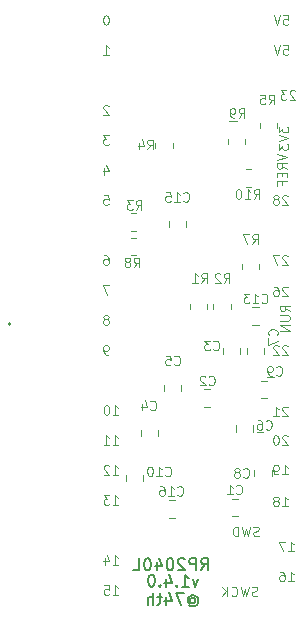
<source format=gbo>
%TF.GenerationSoftware,KiCad,Pcbnew,(6.0.4)*%
%TF.CreationDate,2022-11-10T18:02:23+09:00*%
%TF.ProjectId,rp2040-test,72703230-3430-42d7-9465-73742e6b6963,rev?*%
%TF.SameCoordinates,Original*%
%TF.FileFunction,Legend,Bot*%
%TF.FilePolarity,Positive*%
%FSLAX46Y46*%
G04 Gerber Fmt 4.6, Leading zero omitted, Abs format (unit mm)*
G04 Created by KiCad (PCBNEW (6.0.4)) date 2022-11-10 18:02:23*
%MOMM*%
%LPD*%
G01*
G04 APERTURE LIST*
%ADD10C,0.175000*%
%ADD11C,0.120000*%
%ADD12C,0.150000*%
G04 APERTURE END LIST*
D10*
X102439500Y-58748000D02*
G75*
G03*
X102439500Y-58748000I-87500J0D01*
G01*
D11*
X124142500Y-63246000D02*
X124777500Y-63246000D01*
X123825000Y-67843000D02*
X123317000Y-67843000D01*
X120967500Y-41529000D02*
X121602500Y-41529000D01*
X111101285Y-71481904D02*
X111558428Y-71481904D01*
X111329857Y-71481904D02*
X111329857Y-70681904D01*
X111406047Y-70796190D01*
X111482238Y-70872380D01*
X111558428Y-70910476D01*
X110796523Y-70758095D02*
X110758428Y-70720000D01*
X110682238Y-70681904D01*
X110491761Y-70681904D01*
X110415571Y-70720000D01*
X110377476Y-70758095D01*
X110339380Y-70834285D01*
X110339380Y-70910476D01*
X110377476Y-71024761D01*
X110834619Y-71481904D01*
X110339380Y-71481904D01*
X110691428Y-61321904D02*
X110539047Y-61321904D01*
X110462857Y-61283809D01*
X110424761Y-61245714D01*
X110348571Y-61131428D01*
X110310476Y-60979047D01*
X110310476Y-60674285D01*
X110348571Y-60598095D01*
X110386666Y-60560000D01*
X110462857Y-60521904D01*
X110615238Y-60521904D01*
X110691428Y-60560000D01*
X110729523Y-60598095D01*
X110767619Y-60674285D01*
X110767619Y-60864761D01*
X110729523Y-60940952D01*
X110691428Y-60979047D01*
X110615238Y-61017142D01*
X110462857Y-61017142D01*
X110386666Y-60979047D01*
X110348571Y-60940952D01*
X110310476Y-60864761D01*
X125037904Y-44346952D02*
X125837904Y-44613619D01*
X125037904Y-44880285D01*
X125837904Y-45604095D02*
X125456952Y-45337428D01*
X125837904Y-45146952D02*
X125037904Y-45146952D01*
X125037904Y-45451714D01*
X125076000Y-45527904D01*
X125114095Y-45566000D01*
X125190285Y-45604095D01*
X125304571Y-45604095D01*
X125380761Y-45566000D01*
X125418857Y-45527904D01*
X125456952Y-45451714D01*
X125456952Y-45146952D01*
X125418857Y-45946952D02*
X125418857Y-46213619D01*
X125837904Y-46327904D02*
X125837904Y-45946952D01*
X125037904Y-45946952D01*
X125037904Y-46327904D01*
X125418857Y-46937428D02*
X125418857Y-46670761D01*
X125837904Y-46670761D02*
X125037904Y-46670761D01*
X125037904Y-47051714D01*
X125541190Y-32581904D02*
X125922142Y-32581904D01*
X125960238Y-32962857D01*
X125922142Y-32924761D01*
X125845952Y-32886666D01*
X125655476Y-32886666D01*
X125579285Y-32924761D01*
X125541190Y-32962857D01*
X125503095Y-33039047D01*
X125503095Y-33229523D01*
X125541190Y-33305714D01*
X125579285Y-33343809D01*
X125655476Y-33381904D01*
X125845952Y-33381904D01*
X125922142Y-33343809D01*
X125960238Y-33305714D01*
X125274523Y-32581904D02*
X125007857Y-33381904D01*
X124741190Y-32581904D01*
X110577142Y-32581904D02*
X110500952Y-32581904D01*
X110424761Y-32620000D01*
X110386666Y-32658095D01*
X110348571Y-32734285D01*
X110310476Y-32886666D01*
X110310476Y-33077142D01*
X110348571Y-33229523D01*
X110386666Y-33305714D01*
X110424761Y-33343809D01*
X110500952Y-33381904D01*
X110577142Y-33381904D01*
X110653333Y-33343809D01*
X110691428Y-33305714D01*
X110729523Y-33229523D01*
X110767619Y-33077142D01*
X110767619Y-32886666D01*
X110729523Y-32734285D01*
X110691428Y-32658095D01*
X110653333Y-32620000D01*
X110577142Y-32581904D01*
X111101285Y-79101904D02*
X111558428Y-79101904D01*
X111329857Y-79101904D02*
X111329857Y-78301904D01*
X111406047Y-78416190D01*
X111482238Y-78492380D01*
X111558428Y-78530476D01*
X110415571Y-78568571D02*
X110415571Y-79101904D01*
X110606047Y-78263809D02*
X110796523Y-78835238D01*
X110301285Y-78835238D01*
X111101285Y-81641904D02*
X111558428Y-81641904D01*
X111329857Y-81641904D02*
X111329857Y-80841904D01*
X111406047Y-80956190D01*
X111482238Y-81032380D01*
X111558428Y-81070476D01*
X110377476Y-80841904D02*
X110758428Y-80841904D01*
X110796523Y-81222857D01*
X110758428Y-81184761D01*
X110682238Y-81146666D01*
X110491761Y-81146666D01*
X110415571Y-81184761D01*
X110377476Y-81222857D01*
X110339380Y-81299047D01*
X110339380Y-81489523D01*
X110377476Y-81565714D01*
X110415571Y-81603809D01*
X110491761Y-81641904D01*
X110682238Y-81641904D01*
X110758428Y-81603809D01*
X110796523Y-81565714D01*
X110767619Y-40278095D02*
X110729523Y-40240000D01*
X110653333Y-40201904D01*
X110462857Y-40201904D01*
X110386666Y-40240000D01*
X110348571Y-40278095D01*
X110310476Y-40354285D01*
X110310476Y-40430476D01*
X110348571Y-40544761D01*
X110805714Y-41001904D01*
X110310476Y-41001904D01*
X126544428Y-39008095D02*
X126506333Y-38970000D01*
X126430142Y-38931904D01*
X126239666Y-38931904D01*
X126163476Y-38970000D01*
X126125380Y-39008095D01*
X126087285Y-39084285D01*
X126087285Y-39160476D01*
X126125380Y-39274761D01*
X126582523Y-39731904D01*
X126087285Y-39731904D01*
X125820619Y-38931904D02*
X125325380Y-38931904D01*
X125592047Y-39236666D01*
X125477761Y-39236666D01*
X125401571Y-39274761D01*
X125363476Y-39312857D01*
X125325380Y-39389047D01*
X125325380Y-39579523D01*
X125363476Y-39655714D01*
X125401571Y-39693809D01*
X125477761Y-39731904D01*
X125706333Y-39731904D01*
X125782523Y-39693809D01*
X125820619Y-39655714D01*
X125164904Y-42022761D02*
X125164904Y-42518000D01*
X125469666Y-42251333D01*
X125469666Y-42365619D01*
X125507761Y-42441809D01*
X125545857Y-42479904D01*
X125622047Y-42518000D01*
X125812523Y-42518000D01*
X125888714Y-42479904D01*
X125926809Y-42441809D01*
X125964904Y-42365619D01*
X125964904Y-42137047D01*
X125926809Y-42060857D01*
X125888714Y-42022761D01*
X125164904Y-42746571D02*
X125964904Y-43013238D01*
X125164904Y-43279904D01*
X125164904Y-43470380D02*
X125164904Y-43965619D01*
X125469666Y-43698952D01*
X125469666Y-43813238D01*
X125507761Y-43889428D01*
X125545857Y-43927523D01*
X125622047Y-43965619D01*
X125812523Y-43965619D01*
X125888714Y-43927523D01*
X125926809Y-43889428D01*
X125964904Y-43813238D01*
X125964904Y-43584666D01*
X125926809Y-43508476D01*
X125888714Y-43470380D01*
D12*
X118578000Y-79573380D02*
X118911333Y-79097190D01*
X119149428Y-79573380D02*
X119149428Y-78573380D01*
X118768476Y-78573380D01*
X118673238Y-78621000D01*
X118625619Y-78668619D01*
X118578000Y-78763857D01*
X118578000Y-78906714D01*
X118625619Y-79001952D01*
X118673238Y-79049571D01*
X118768476Y-79097190D01*
X119149428Y-79097190D01*
X118149428Y-79573380D02*
X118149428Y-78573380D01*
X117768476Y-78573380D01*
X117673238Y-78621000D01*
X117625619Y-78668619D01*
X117578000Y-78763857D01*
X117578000Y-78906714D01*
X117625619Y-79001952D01*
X117673238Y-79049571D01*
X117768476Y-79097190D01*
X118149428Y-79097190D01*
X117197047Y-78668619D02*
X117149428Y-78621000D01*
X117054190Y-78573380D01*
X116816095Y-78573380D01*
X116720857Y-78621000D01*
X116673238Y-78668619D01*
X116625619Y-78763857D01*
X116625619Y-78859095D01*
X116673238Y-79001952D01*
X117244666Y-79573380D01*
X116625619Y-79573380D01*
X116006571Y-78573380D02*
X115911333Y-78573380D01*
X115816095Y-78621000D01*
X115768476Y-78668619D01*
X115720857Y-78763857D01*
X115673238Y-78954333D01*
X115673238Y-79192428D01*
X115720857Y-79382904D01*
X115768476Y-79478142D01*
X115816095Y-79525761D01*
X115911333Y-79573380D01*
X116006571Y-79573380D01*
X116101809Y-79525761D01*
X116149428Y-79478142D01*
X116197047Y-79382904D01*
X116244666Y-79192428D01*
X116244666Y-78954333D01*
X116197047Y-78763857D01*
X116149428Y-78668619D01*
X116101809Y-78621000D01*
X116006571Y-78573380D01*
X114816095Y-78906714D02*
X114816095Y-79573380D01*
X115054190Y-78525761D02*
X115292285Y-79240047D01*
X114673238Y-79240047D01*
X114101809Y-78573380D02*
X114006571Y-78573380D01*
X113911333Y-78621000D01*
X113863714Y-78668619D01*
X113816095Y-78763857D01*
X113768476Y-78954333D01*
X113768476Y-79192428D01*
X113816095Y-79382904D01*
X113863714Y-79478142D01*
X113911333Y-79525761D01*
X114006571Y-79573380D01*
X114101809Y-79573380D01*
X114197047Y-79525761D01*
X114244666Y-79478142D01*
X114292285Y-79382904D01*
X114339904Y-79192428D01*
X114339904Y-78954333D01*
X114292285Y-78763857D01*
X114244666Y-78668619D01*
X114197047Y-78621000D01*
X114101809Y-78573380D01*
X112863714Y-79573380D02*
X113339904Y-79573380D01*
X113339904Y-78573380D01*
D11*
X125452285Y-71474652D02*
X125909428Y-71474652D01*
X125680857Y-71474652D02*
X125680857Y-70674652D01*
X125757047Y-70788938D01*
X125833238Y-70865128D01*
X125909428Y-70903224D01*
X125071333Y-71474652D02*
X124918952Y-71474652D01*
X124842761Y-71436557D01*
X124804666Y-71398462D01*
X124728476Y-71284176D01*
X124690380Y-71131795D01*
X124690380Y-70827033D01*
X124728476Y-70750843D01*
X124766571Y-70712748D01*
X124842761Y-70674652D01*
X124995142Y-70674652D01*
X125071333Y-70712748D01*
X125109428Y-70750843D01*
X125147523Y-70827033D01*
X125147523Y-71017509D01*
X125109428Y-71093700D01*
X125071333Y-71131795D01*
X124995142Y-71169890D01*
X124842761Y-71169890D01*
X124766571Y-71131795D01*
X124728476Y-71093700D01*
X124690380Y-71017509D01*
X110386666Y-45548571D02*
X110386666Y-46081904D01*
X110577142Y-45243809D02*
X110767619Y-45815238D01*
X110272380Y-45815238D01*
D12*
X117681190Y-82018190D02*
X117728809Y-81970571D01*
X117824047Y-81922952D01*
X117919285Y-81922952D01*
X118014523Y-81970571D01*
X118062142Y-82018190D01*
X118109761Y-82113428D01*
X118109761Y-82208666D01*
X118062142Y-82303904D01*
X118014523Y-82351523D01*
X117919285Y-82399142D01*
X117824047Y-82399142D01*
X117728809Y-82351523D01*
X117681190Y-82303904D01*
X117681190Y-81922952D02*
X117681190Y-82303904D01*
X117633571Y-82351523D01*
X117585952Y-82351523D01*
X117490714Y-82303904D01*
X117443095Y-82208666D01*
X117443095Y-81970571D01*
X117538333Y-81827714D01*
X117681190Y-81732476D01*
X117871666Y-81684857D01*
X118062142Y-81732476D01*
X118205000Y-81827714D01*
X118300238Y-81970571D01*
X118347857Y-82161047D01*
X118300238Y-82351523D01*
X118205000Y-82494380D01*
X118062142Y-82589619D01*
X117871666Y-82637238D01*
X117681190Y-82589619D01*
X117538333Y-82494380D01*
X117109761Y-81494380D02*
X116443095Y-81494380D01*
X116871666Y-82494380D01*
X115633571Y-81827714D02*
X115633571Y-82494380D01*
X115871666Y-81446761D02*
X116109761Y-82161047D01*
X115490714Y-82161047D01*
X115252619Y-81827714D02*
X114871666Y-81827714D01*
X115109761Y-81494380D02*
X115109761Y-82351523D01*
X115062142Y-82446761D01*
X114966904Y-82494380D01*
X114871666Y-82494380D01*
X114538333Y-82494380D02*
X114538333Y-81494380D01*
X114109761Y-82494380D02*
X114109761Y-81970571D01*
X114157380Y-81875333D01*
X114252619Y-81827714D01*
X114395476Y-81827714D01*
X114490714Y-81875333D01*
X114538333Y-81922952D01*
D11*
X110348571Y-47821904D02*
X110729523Y-47821904D01*
X110767619Y-48202857D01*
X110729523Y-48164761D01*
X110653333Y-48126666D01*
X110462857Y-48126666D01*
X110386666Y-48164761D01*
X110348571Y-48202857D01*
X110310476Y-48279047D01*
X110310476Y-48469523D01*
X110348571Y-48545714D01*
X110386666Y-48583809D01*
X110462857Y-48621904D01*
X110653333Y-48621904D01*
X110729523Y-48583809D01*
X110767619Y-48545714D01*
X123467619Y-76650809D02*
X123353333Y-76688904D01*
X123162857Y-76688904D01*
X123086666Y-76650809D01*
X123048571Y-76612714D01*
X123010476Y-76536523D01*
X123010476Y-76460333D01*
X123048571Y-76384142D01*
X123086666Y-76346047D01*
X123162857Y-76307952D01*
X123315238Y-76269857D01*
X123391428Y-76231761D01*
X123429523Y-76193666D01*
X123467619Y-76117476D01*
X123467619Y-76041285D01*
X123429523Y-75965095D01*
X123391428Y-75927000D01*
X123315238Y-75888904D01*
X123124761Y-75888904D01*
X123010476Y-75927000D01*
X122743809Y-75888904D02*
X122553333Y-76688904D01*
X122400952Y-76117476D01*
X122248571Y-76688904D01*
X122058095Y-75888904D01*
X121753333Y-76688904D02*
X121753333Y-75888904D01*
X121562857Y-75888904D01*
X121448571Y-75927000D01*
X121372380Y-76003190D01*
X121334285Y-76079380D01*
X121296190Y-76231761D01*
X121296190Y-76346047D01*
X121334285Y-76498428D01*
X121372380Y-76574619D01*
X121448571Y-76650809D01*
X121562857Y-76688904D01*
X121753333Y-76688904D01*
X125909428Y-65805095D02*
X125871333Y-65767000D01*
X125795142Y-65728904D01*
X125604666Y-65728904D01*
X125528476Y-65767000D01*
X125490380Y-65805095D01*
X125452285Y-65881285D01*
X125452285Y-65957476D01*
X125490380Y-66071761D01*
X125947523Y-66528904D01*
X125452285Y-66528904D01*
X124690380Y-66528904D02*
X125147523Y-66528904D01*
X124918952Y-66528904D02*
X124918952Y-65728904D01*
X124995142Y-65843190D01*
X125071333Y-65919380D01*
X125147523Y-65957476D01*
D12*
X118347857Y-80303714D02*
X118109761Y-80970380D01*
X117871666Y-80303714D01*
X116966904Y-80970380D02*
X117538333Y-80970380D01*
X117252619Y-80970380D02*
X117252619Y-79970380D01*
X117347857Y-80113238D01*
X117443095Y-80208476D01*
X117538333Y-80256095D01*
X116538333Y-80875142D02*
X116490714Y-80922761D01*
X116538333Y-80970380D01*
X116585952Y-80922761D01*
X116538333Y-80875142D01*
X116538333Y-80970380D01*
X115633571Y-80303714D02*
X115633571Y-80970380D01*
X115871666Y-79922761D02*
X116109761Y-80637047D01*
X115490714Y-80637047D01*
X115109761Y-80875142D02*
X115062142Y-80922761D01*
X115109761Y-80970380D01*
X115157380Y-80922761D01*
X115109761Y-80875142D01*
X115109761Y-80970380D01*
X114443095Y-79970380D02*
X114347857Y-79970380D01*
X114252619Y-80018000D01*
X114205000Y-80065619D01*
X114157380Y-80160857D01*
X114109761Y-80351333D01*
X114109761Y-80589428D01*
X114157380Y-80779904D01*
X114205000Y-80875142D01*
X114252619Y-80922761D01*
X114347857Y-80970380D01*
X114443095Y-80970380D01*
X114538333Y-80922761D01*
X114585952Y-80875142D01*
X114633571Y-80779904D01*
X114681190Y-80589428D01*
X114681190Y-80351333D01*
X114633571Y-80160857D01*
X114585952Y-80065619D01*
X114538333Y-80018000D01*
X114443095Y-79970380D01*
D11*
X110805714Y-55441904D02*
X110272380Y-55441904D01*
X110615238Y-56241904D01*
X125541190Y-35121904D02*
X125922142Y-35121904D01*
X125960238Y-35502857D01*
X125922142Y-35464761D01*
X125845952Y-35426666D01*
X125655476Y-35426666D01*
X125579285Y-35464761D01*
X125541190Y-35502857D01*
X125503095Y-35579047D01*
X125503095Y-35769523D01*
X125541190Y-35845714D01*
X125579285Y-35883809D01*
X125655476Y-35921904D01*
X125845952Y-35921904D01*
X125922142Y-35883809D01*
X125960238Y-35845714D01*
X125274523Y-35121904D02*
X125007857Y-35921904D01*
X124741190Y-35121904D01*
X125909428Y-55645095D02*
X125871333Y-55607000D01*
X125795142Y-55568904D01*
X125604666Y-55568904D01*
X125528476Y-55607000D01*
X125490380Y-55645095D01*
X125452285Y-55721285D01*
X125452285Y-55797476D01*
X125490380Y-55911761D01*
X125947523Y-56368904D01*
X125452285Y-56368904D01*
X124766571Y-55568904D02*
X124918952Y-55568904D01*
X124995142Y-55607000D01*
X125033238Y-55645095D01*
X125109428Y-55759380D01*
X125147523Y-55911761D01*
X125147523Y-56216523D01*
X125109428Y-56292714D01*
X125071333Y-56330809D01*
X124995142Y-56368904D01*
X124842761Y-56368904D01*
X124766571Y-56330809D01*
X124728476Y-56292714D01*
X124690380Y-56216523D01*
X124690380Y-56026047D01*
X124728476Y-55949857D01*
X124766571Y-55911761D01*
X124842761Y-55873666D01*
X124995142Y-55873666D01*
X125071333Y-55911761D01*
X125109428Y-55949857D01*
X125147523Y-56026047D01*
X125909428Y-60598095D02*
X125871333Y-60560000D01*
X125795142Y-60521904D01*
X125604666Y-60521904D01*
X125528476Y-60560000D01*
X125490380Y-60598095D01*
X125452285Y-60674285D01*
X125452285Y-60750476D01*
X125490380Y-60864761D01*
X125947523Y-61321904D01*
X125452285Y-61321904D01*
X125147523Y-60598095D02*
X125109428Y-60560000D01*
X125033238Y-60521904D01*
X124842761Y-60521904D01*
X124766571Y-60560000D01*
X124728476Y-60598095D01*
X124690380Y-60674285D01*
X124690380Y-60750476D01*
X124728476Y-60864761D01*
X125185619Y-61321904D01*
X124690380Y-61321904D01*
X125909428Y-52978095D02*
X125871333Y-52940000D01*
X125795142Y-52901904D01*
X125604666Y-52901904D01*
X125528476Y-52940000D01*
X125490380Y-52978095D01*
X125452285Y-53054285D01*
X125452285Y-53130476D01*
X125490380Y-53244761D01*
X125947523Y-53701904D01*
X125452285Y-53701904D01*
X125185619Y-52901904D02*
X124652285Y-52901904D01*
X124995142Y-53701904D01*
X125909428Y-47898095D02*
X125871333Y-47860000D01*
X125795142Y-47821904D01*
X125604666Y-47821904D01*
X125528476Y-47860000D01*
X125490380Y-47898095D01*
X125452285Y-47974285D01*
X125452285Y-48050476D01*
X125490380Y-48164761D01*
X125947523Y-48621904D01*
X125452285Y-48621904D01*
X124995142Y-48164761D02*
X125071333Y-48126666D01*
X125109428Y-48088571D01*
X125147523Y-48012380D01*
X125147523Y-47974285D01*
X125109428Y-47898095D01*
X125071333Y-47860000D01*
X124995142Y-47821904D01*
X124842761Y-47821904D01*
X124766571Y-47860000D01*
X124728476Y-47898095D01*
X124690380Y-47974285D01*
X124690380Y-48012380D01*
X124728476Y-48088571D01*
X124766571Y-48126666D01*
X124842761Y-48164761D01*
X124995142Y-48164761D01*
X125071333Y-48202857D01*
X125109428Y-48240952D01*
X125147523Y-48317142D01*
X125147523Y-48469523D01*
X125109428Y-48545714D01*
X125071333Y-48583809D01*
X124995142Y-48621904D01*
X124842761Y-48621904D01*
X124766571Y-48583809D01*
X124728476Y-48545714D01*
X124690380Y-48469523D01*
X124690380Y-48317142D01*
X124728476Y-48240952D01*
X124766571Y-48202857D01*
X124842761Y-48164761D01*
X125909428Y-68218095D02*
X125871333Y-68180000D01*
X125795142Y-68141904D01*
X125604666Y-68141904D01*
X125528476Y-68180000D01*
X125490380Y-68218095D01*
X125452285Y-68294285D01*
X125452285Y-68370476D01*
X125490380Y-68484761D01*
X125947523Y-68941904D01*
X125452285Y-68941904D01*
X124957047Y-68141904D02*
X124880857Y-68141904D01*
X124804666Y-68180000D01*
X124766571Y-68218095D01*
X124728476Y-68294285D01*
X124690380Y-68446666D01*
X124690380Y-68637142D01*
X124728476Y-68789523D01*
X124766571Y-68865714D01*
X124804666Y-68903809D01*
X124880857Y-68941904D01*
X124957047Y-68941904D01*
X125033238Y-68903809D01*
X125071333Y-68865714D01*
X125109428Y-68789523D01*
X125147523Y-68637142D01*
X125147523Y-68446666D01*
X125109428Y-68294285D01*
X125071333Y-68218095D01*
X125033238Y-68180000D01*
X124957047Y-68141904D01*
X110615238Y-58324761D02*
X110691428Y-58286666D01*
X110729523Y-58248571D01*
X110767619Y-58172380D01*
X110767619Y-58134285D01*
X110729523Y-58058095D01*
X110691428Y-58020000D01*
X110615238Y-57981904D01*
X110462857Y-57981904D01*
X110386666Y-58020000D01*
X110348571Y-58058095D01*
X110310476Y-58134285D01*
X110310476Y-58172380D01*
X110348571Y-58248571D01*
X110386666Y-58286666D01*
X110462857Y-58324761D01*
X110615238Y-58324761D01*
X110691428Y-58362857D01*
X110729523Y-58400952D01*
X110767619Y-58477142D01*
X110767619Y-58629523D01*
X110729523Y-58705714D01*
X110691428Y-58743809D01*
X110615238Y-58781904D01*
X110462857Y-58781904D01*
X110386666Y-58743809D01*
X110348571Y-58705714D01*
X110310476Y-58629523D01*
X110310476Y-58477142D01*
X110348571Y-58400952D01*
X110386666Y-58362857D01*
X110462857Y-58324761D01*
X111101285Y-66401904D02*
X111558428Y-66401904D01*
X111329857Y-66401904D02*
X111329857Y-65601904D01*
X111406047Y-65716190D01*
X111482238Y-65792380D01*
X111558428Y-65830476D01*
X110606047Y-65601904D02*
X110529857Y-65601904D01*
X110453666Y-65640000D01*
X110415571Y-65678095D01*
X110377476Y-65754285D01*
X110339380Y-65906666D01*
X110339380Y-66097142D01*
X110377476Y-66249523D01*
X110415571Y-66325714D01*
X110453666Y-66363809D01*
X110529857Y-66401904D01*
X110606047Y-66401904D01*
X110682238Y-66363809D01*
X110720333Y-66325714D01*
X110758428Y-66249523D01*
X110796523Y-66097142D01*
X110796523Y-65906666D01*
X110758428Y-65754285D01*
X110720333Y-65678095D01*
X110682238Y-65640000D01*
X110606047Y-65601904D01*
X125452285Y-74148904D02*
X125909428Y-74148904D01*
X125680857Y-74148904D02*
X125680857Y-73348904D01*
X125757047Y-73463190D01*
X125833238Y-73539380D01*
X125909428Y-73577476D01*
X124995142Y-73691761D02*
X125071333Y-73653666D01*
X125109428Y-73615571D01*
X125147523Y-73539380D01*
X125147523Y-73501285D01*
X125109428Y-73425095D01*
X125071333Y-73387000D01*
X124995142Y-73348904D01*
X124842761Y-73348904D01*
X124766571Y-73387000D01*
X124728476Y-73425095D01*
X124690380Y-73501285D01*
X124690380Y-73539380D01*
X124728476Y-73615571D01*
X124766571Y-73653666D01*
X124842761Y-73691761D01*
X124995142Y-73691761D01*
X125071333Y-73729857D01*
X125109428Y-73767952D01*
X125147523Y-73844142D01*
X125147523Y-73996523D01*
X125109428Y-74072714D01*
X125071333Y-74110809D01*
X124995142Y-74148904D01*
X124842761Y-74148904D01*
X124766571Y-74110809D01*
X124728476Y-74072714D01*
X124690380Y-73996523D01*
X124690380Y-73844142D01*
X124728476Y-73767952D01*
X124766571Y-73729857D01*
X124842761Y-73691761D01*
X111101285Y-68941904D02*
X111558428Y-68941904D01*
X111329857Y-68941904D02*
X111329857Y-68141904D01*
X111406047Y-68256190D01*
X111482238Y-68332380D01*
X111558428Y-68370476D01*
X110339380Y-68941904D02*
X110796523Y-68941904D01*
X110567952Y-68941904D02*
X110567952Y-68141904D01*
X110644142Y-68256190D01*
X110720333Y-68332380D01*
X110796523Y-68370476D01*
X125960285Y-80498904D02*
X126417428Y-80498904D01*
X126188857Y-80498904D02*
X126188857Y-79698904D01*
X126265047Y-79813190D01*
X126341238Y-79889380D01*
X126417428Y-79927476D01*
X125274571Y-79698904D02*
X125426952Y-79698904D01*
X125503142Y-79737000D01*
X125541238Y-79775095D01*
X125617428Y-79889380D01*
X125655523Y-80041761D01*
X125655523Y-80346523D01*
X125617428Y-80422714D01*
X125579333Y-80460809D01*
X125503142Y-80498904D01*
X125350761Y-80498904D01*
X125274571Y-80460809D01*
X125236476Y-80422714D01*
X125198380Y-80346523D01*
X125198380Y-80156047D01*
X125236476Y-80079857D01*
X125274571Y-80041761D01*
X125350761Y-80003666D01*
X125503142Y-80003666D01*
X125579333Y-80041761D01*
X125617428Y-80079857D01*
X125655523Y-80156047D01*
X123340619Y-81730809D02*
X123226333Y-81768904D01*
X123035857Y-81768904D01*
X122959666Y-81730809D01*
X122921571Y-81692714D01*
X122883476Y-81616523D01*
X122883476Y-81540333D01*
X122921571Y-81464142D01*
X122959666Y-81426047D01*
X123035857Y-81387952D01*
X123188238Y-81349857D01*
X123264428Y-81311761D01*
X123302523Y-81273666D01*
X123340619Y-81197476D01*
X123340619Y-81121285D01*
X123302523Y-81045095D01*
X123264428Y-81007000D01*
X123188238Y-80968904D01*
X122997761Y-80968904D01*
X122883476Y-81007000D01*
X122616809Y-80968904D02*
X122426333Y-81768904D01*
X122273952Y-81197476D01*
X122121571Y-81768904D01*
X121931095Y-80968904D01*
X121169190Y-81692714D02*
X121207285Y-81730809D01*
X121321571Y-81768904D01*
X121397761Y-81768904D01*
X121512047Y-81730809D01*
X121588238Y-81654619D01*
X121626333Y-81578428D01*
X121664428Y-81426047D01*
X121664428Y-81311761D01*
X121626333Y-81159380D01*
X121588238Y-81083190D01*
X121512047Y-81007000D01*
X121397761Y-80968904D01*
X121321571Y-80968904D01*
X121207285Y-81007000D01*
X121169190Y-81045095D01*
X120826333Y-81768904D02*
X120826333Y-80968904D01*
X120369190Y-81768904D02*
X120712047Y-81311761D01*
X120369190Y-80968904D02*
X120826333Y-81426047D01*
X110310476Y-35921904D02*
X110767619Y-35921904D01*
X110539047Y-35921904D02*
X110539047Y-35121904D01*
X110615238Y-35236190D01*
X110691428Y-35312380D01*
X110767619Y-35350476D01*
X125960285Y-77958904D02*
X126417428Y-77958904D01*
X126188857Y-77958904D02*
X126188857Y-77158904D01*
X126265047Y-77273190D01*
X126341238Y-77349380D01*
X126417428Y-77387476D01*
X125693619Y-77158904D02*
X125160285Y-77158904D01*
X125503142Y-77958904D01*
X111101285Y-74021904D02*
X111558428Y-74021904D01*
X111329857Y-74021904D02*
X111329857Y-73221904D01*
X111406047Y-73336190D01*
X111482238Y-73412380D01*
X111558428Y-73450476D01*
X110834619Y-73221904D02*
X110339380Y-73221904D01*
X110606047Y-73526666D01*
X110491761Y-73526666D01*
X110415571Y-73564761D01*
X110377476Y-73602857D01*
X110339380Y-73679047D01*
X110339380Y-73869523D01*
X110377476Y-73945714D01*
X110415571Y-73983809D01*
X110491761Y-74021904D01*
X110720333Y-74021904D01*
X110796523Y-73983809D01*
X110834619Y-73945714D01*
X110386666Y-52901904D02*
X110539047Y-52901904D01*
X110615238Y-52940000D01*
X110653333Y-52978095D01*
X110729523Y-53092380D01*
X110767619Y-53244761D01*
X110767619Y-53549523D01*
X110729523Y-53625714D01*
X110691428Y-53663809D01*
X110615238Y-53701904D01*
X110462857Y-53701904D01*
X110386666Y-53663809D01*
X110348571Y-53625714D01*
X110310476Y-53549523D01*
X110310476Y-53359047D01*
X110348571Y-53282857D01*
X110386666Y-53244761D01*
X110462857Y-53206666D01*
X110615238Y-53206666D01*
X110691428Y-53244761D01*
X110729523Y-53282857D01*
X110767619Y-53359047D01*
X110805714Y-42741904D02*
X110310476Y-42741904D01*
X110577142Y-43046666D01*
X110462857Y-43046666D01*
X110386666Y-43084761D01*
X110348571Y-43122857D01*
X110310476Y-43199047D01*
X110310476Y-43389523D01*
X110348571Y-43465714D01*
X110386666Y-43503809D01*
X110462857Y-43541904D01*
X110691428Y-43541904D01*
X110767619Y-43503809D01*
X110805714Y-43465714D01*
X126091904Y-57656428D02*
X125710952Y-57389761D01*
X126091904Y-57199285D02*
X125291904Y-57199285D01*
X125291904Y-57504047D01*
X125330000Y-57580238D01*
X125368095Y-57618333D01*
X125444285Y-57656428D01*
X125558571Y-57656428D01*
X125634761Y-57618333D01*
X125672857Y-57580238D01*
X125710952Y-57504047D01*
X125710952Y-57199285D01*
X125291904Y-57999285D02*
X125939523Y-57999285D01*
X126015714Y-58037380D01*
X126053809Y-58075476D01*
X126091904Y-58151666D01*
X126091904Y-58304047D01*
X126053809Y-58380238D01*
X126015714Y-58418333D01*
X125939523Y-58456428D01*
X125291904Y-58456428D01*
X126091904Y-58837380D02*
X125291904Y-58837380D01*
X126091904Y-59294523D01*
X125291904Y-59294523D01*
%TO.C,C4*%
X114306333Y-65944714D02*
X114344428Y-65982809D01*
X114458714Y-66020904D01*
X114534904Y-66020904D01*
X114649190Y-65982809D01*
X114725380Y-65906619D01*
X114763476Y-65830428D01*
X114801571Y-65678047D01*
X114801571Y-65563761D01*
X114763476Y-65411380D01*
X114725380Y-65335190D01*
X114649190Y-65259000D01*
X114534904Y-65220904D01*
X114458714Y-65220904D01*
X114344428Y-65259000D01*
X114306333Y-65297095D01*
X113620619Y-65487571D02*
X113620619Y-66020904D01*
X113811095Y-65182809D02*
X114001571Y-65754238D01*
X113506333Y-65754238D01*
%TO.C,R1*%
X118624333Y-55225904D02*
X118891000Y-54844952D01*
X119081476Y-55225904D02*
X119081476Y-54425904D01*
X118776714Y-54425904D01*
X118700523Y-54464000D01*
X118662428Y-54502095D01*
X118624333Y-54578285D01*
X118624333Y-54692571D01*
X118662428Y-54768761D01*
X118700523Y-54806857D01*
X118776714Y-54844952D01*
X119081476Y-54844952D01*
X117862428Y-55225904D02*
X118319571Y-55225904D01*
X118091000Y-55225904D02*
X118091000Y-54425904D01*
X118167190Y-54540190D01*
X118243380Y-54616380D01*
X118319571Y-54654476D01*
%TO.C,C10*%
X115576285Y-71532714D02*
X115614380Y-71570809D01*
X115728666Y-71608904D01*
X115804857Y-71608904D01*
X115919142Y-71570809D01*
X115995333Y-71494619D01*
X116033428Y-71418428D01*
X116071523Y-71266047D01*
X116071523Y-71151761D01*
X116033428Y-70999380D01*
X115995333Y-70923190D01*
X115919142Y-70847000D01*
X115804857Y-70808904D01*
X115728666Y-70808904D01*
X115614380Y-70847000D01*
X115576285Y-70885095D01*
X114814380Y-71608904D02*
X115271523Y-71608904D01*
X115042952Y-71608904D02*
X115042952Y-70808904D01*
X115119142Y-70923190D01*
X115195333Y-70999380D01*
X115271523Y-71037476D01*
X114319142Y-70808904D02*
X114242952Y-70808904D01*
X114166761Y-70847000D01*
X114128666Y-70885095D01*
X114090571Y-70961285D01*
X114052476Y-71113666D01*
X114052476Y-71304142D01*
X114090571Y-71456523D01*
X114128666Y-71532714D01*
X114166761Y-71570809D01*
X114242952Y-71608904D01*
X114319142Y-71608904D01*
X114395333Y-71570809D01*
X114433428Y-71532714D01*
X114471523Y-71456523D01*
X114509619Y-71304142D01*
X114509619Y-71113666D01*
X114471523Y-70961285D01*
X114433428Y-70885095D01*
X114395333Y-70847000D01*
X114319142Y-70808904D01*
%TO.C,C16*%
X116592285Y-73183714D02*
X116630380Y-73221809D01*
X116744666Y-73259904D01*
X116820857Y-73259904D01*
X116935142Y-73221809D01*
X117011333Y-73145619D01*
X117049428Y-73069428D01*
X117087523Y-72917047D01*
X117087523Y-72802761D01*
X117049428Y-72650380D01*
X117011333Y-72574190D01*
X116935142Y-72498000D01*
X116820857Y-72459904D01*
X116744666Y-72459904D01*
X116630380Y-72498000D01*
X116592285Y-72536095D01*
X115830380Y-73259904D02*
X116287523Y-73259904D01*
X116058952Y-73259904D02*
X116058952Y-72459904D01*
X116135142Y-72574190D01*
X116211333Y-72650380D01*
X116287523Y-72688476D01*
X115144666Y-72459904D02*
X115297047Y-72459904D01*
X115373238Y-72498000D01*
X115411333Y-72536095D01*
X115487523Y-72650380D01*
X115525619Y-72802761D01*
X115525619Y-73107523D01*
X115487523Y-73183714D01*
X115449428Y-73221809D01*
X115373238Y-73259904D01*
X115220857Y-73259904D01*
X115144666Y-73221809D01*
X115106571Y-73183714D01*
X115068476Y-73107523D01*
X115068476Y-72917047D01*
X115106571Y-72840857D01*
X115144666Y-72802761D01*
X115220857Y-72764666D01*
X115373238Y-72764666D01*
X115449428Y-72802761D01*
X115487523Y-72840857D01*
X115525619Y-72917047D01*
%TO.C,C2*%
X119233333Y-63835714D02*
X119271428Y-63873809D01*
X119385714Y-63911904D01*
X119461904Y-63911904D01*
X119576190Y-63873809D01*
X119652380Y-63797619D01*
X119690476Y-63721428D01*
X119728571Y-63569047D01*
X119728571Y-63454761D01*
X119690476Y-63302380D01*
X119652380Y-63226190D01*
X119576190Y-63150000D01*
X119461904Y-63111904D01*
X119385714Y-63111904D01*
X119271428Y-63150000D01*
X119233333Y-63188095D01*
X118928571Y-63188095D02*
X118890476Y-63150000D01*
X118814285Y-63111904D01*
X118623809Y-63111904D01*
X118547619Y-63150000D01*
X118509523Y-63188095D01*
X118471428Y-63264285D01*
X118471428Y-63340476D01*
X118509523Y-63454761D01*
X118966666Y-63911904D01*
X118471428Y-63911904D01*
%TO.C,R9*%
X121799333Y-41255904D02*
X122066000Y-40874952D01*
X122256476Y-41255904D02*
X122256476Y-40455904D01*
X121951714Y-40455904D01*
X121875523Y-40494000D01*
X121837428Y-40532095D01*
X121799333Y-40608285D01*
X121799333Y-40722571D01*
X121837428Y-40798761D01*
X121875523Y-40836857D01*
X121951714Y-40874952D01*
X122256476Y-40874952D01*
X121418380Y-41255904D02*
X121266000Y-41255904D01*
X121189809Y-41217809D01*
X121151714Y-41179714D01*
X121075523Y-41065428D01*
X121037428Y-40913047D01*
X121037428Y-40608285D01*
X121075523Y-40532095D01*
X121113619Y-40494000D01*
X121189809Y-40455904D01*
X121342190Y-40455904D01*
X121418380Y-40494000D01*
X121456476Y-40532095D01*
X121494571Y-40608285D01*
X121494571Y-40798761D01*
X121456476Y-40874952D01*
X121418380Y-40913047D01*
X121342190Y-40951142D01*
X121189809Y-40951142D01*
X121113619Y-40913047D01*
X121075523Y-40874952D01*
X121037428Y-40798761D01*
%TO.C,C1*%
X121570833Y-73085714D02*
X121608928Y-73123809D01*
X121723214Y-73161904D01*
X121799404Y-73161904D01*
X121913690Y-73123809D01*
X121989880Y-73047619D01*
X122027976Y-72971428D01*
X122066071Y-72819047D01*
X122066071Y-72704761D01*
X122027976Y-72552380D01*
X121989880Y-72476190D01*
X121913690Y-72400000D01*
X121799404Y-72361904D01*
X121723214Y-72361904D01*
X121608928Y-72400000D01*
X121570833Y-72438095D01*
X120808928Y-73161904D02*
X121266071Y-73161904D01*
X121037500Y-73161904D02*
X121037500Y-72361904D01*
X121113690Y-72476190D01*
X121189880Y-72552380D01*
X121266071Y-72590476D01*
%TO.C,C13*%
X123714285Y-56885714D02*
X123752380Y-56923809D01*
X123866666Y-56961904D01*
X123942857Y-56961904D01*
X124057142Y-56923809D01*
X124133333Y-56847619D01*
X124171428Y-56771428D01*
X124209523Y-56619047D01*
X124209523Y-56504761D01*
X124171428Y-56352380D01*
X124133333Y-56276190D01*
X124057142Y-56200000D01*
X123942857Y-56161904D01*
X123866666Y-56161904D01*
X123752380Y-56200000D01*
X123714285Y-56238095D01*
X122952380Y-56961904D02*
X123409523Y-56961904D01*
X123180952Y-56961904D02*
X123180952Y-56161904D01*
X123257142Y-56276190D01*
X123333333Y-56352380D01*
X123409523Y-56390476D01*
X122685714Y-56161904D02*
X122190476Y-56161904D01*
X122457142Y-56466666D01*
X122342857Y-56466666D01*
X122266666Y-56504761D01*
X122228571Y-56542857D01*
X122190476Y-56619047D01*
X122190476Y-56809523D01*
X122228571Y-56885714D01*
X122266666Y-56923809D01*
X122342857Y-56961904D01*
X122571428Y-56961904D01*
X122647619Y-56923809D01*
X122685714Y-56885714D01*
%TO.C,R4*%
X114052333Y-43922904D02*
X114319000Y-43541952D01*
X114509476Y-43922904D02*
X114509476Y-43122904D01*
X114204714Y-43122904D01*
X114128523Y-43161000D01*
X114090428Y-43199095D01*
X114052333Y-43275285D01*
X114052333Y-43389571D01*
X114090428Y-43465761D01*
X114128523Y-43503857D01*
X114204714Y-43541952D01*
X114509476Y-43541952D01*
X113366619Y-43389571D02*
X113366619Y-43922904D01*
X113557095Y-43084809D02*
X113747571Y-43656238D01*
X113252333Y-43656238D01*
%TO.C,C9*%
X124974333Y-63023714D02*
X125012428Y-63061809D01*
X125126714Y-63099904D01*
X125202904Y-63099904D01*
X125317190Y-63061809D01*
X125393380Y-62985619D01*
X125431476Y-62909428D01*
X125469571Y-62757047D01*
X125469571Y-62642761D01*
X125431476Y-62490380D01*
X125393380Y-62414190D01*
X125317190Y-62338000D01*
X125202904Y-62299904D01*
X125126714Y-62299904D01*
X125012428Y-62338000D01*
X124974333Y-62376095D01*
X124593380Y-63099904D02*
X124441000Y-63099904D01*
X124364809Y-63061809D01*
X124326714Y-63023714D01*
X124250523Y-62909428D01*
X124212428Y-62757047D01*
X124212428Y-62452285D01*
X124250523Y-62376095D01*
X124288619Y-62338000D01*
X124364809Y-62299904D01*
X124517190Y-62299904D01*
X124593380Y-62338000D01*
X124631476Y-62376095D01*
X124669571Y-62452285D01*
X124669571Y-62642761D01*
X124631476Y-62718952D01*
X124593380Y-62757047D01*
X124517190Y-62795142D01*
X124364809Y-62795142D01*
X124288619Y-62757047D01*
X124250523Y-62718952D01*
X124212428Y-62642761D01*
%TO.C,C5*%
X116338333Y-62134714D02*
X116376428Y-62172809D01*
X116490714Y-62210904D01*
X116566904Y-62210904D01*
X116681190Y-62172809D01*
X116757380Y-62096619D01*
X116795476Y-62020428D01*
X116833571Y-61868047D01*
X116833571Y-61753761D01*
X116795476Y-61601380D01*
X116757380Y-61525190D01*
X116681190Y-61449000D01*
X116566904Y-61410904D01*
X116490714Y-61410904D01*
X116376428Y-61449000D01*
X116338333Y-61487095D01*
X115614523Y-61410904D02*
X115995476Y-61410904D01*
X116033571Y-61791857D01*
X115995476Y-61753761D01*
X115919285Y-61715666D01*
X115728809Y-61715666D01*
X115652619Y-61753761D01*
X115614523Y-61791857D01*
X115576428Y-61868047D01*
X115576428Y-62058523D01*
X115614523Y-62134714D01*
X115652619Y-62172809D01*
X115728809Y-62210904D01*
X115919285Y-62210904D01*
X115995476Y-62172809D01*
X116033571Y-62134714D01*
%TO.C,R10*%
X123069285Y-48113904D02*
X123335952Y-47732952D01*
X123526428Y-48113904D02*
X123526428Y-47313904D01*
X123221666Y-47313904D01*
X123145476Y-47352000D01*
X123107380Y-47390095D01*
X123069285Y-47466285D01*
X123069285Y-47580571D01*
X123107380Y-47656761D01*
X123145476Y-47694857D01*
X123221666Y-47732952D01*
X123526428Y-47732952D01*
X122307380Y-48113904D02*
X122764523Y-48113904D01*
X122535952Y-48113904D02*
X122535952Y-47313904D01*
X122612142Y-47428190D01*
X122688333Y-47504380D01*
X122764523Y-47542476D01*
X121812142Y-47313904D02*
X121735952Y-47313904D01*
X121659761Y-47352000D01*
X121621666Y-47390095D01*
X121583571Y-47466285D01*
X121545476Y-47618666D01*
X121545476Y-47809142D01*
X121583571Y-47961523D01*
X121621666Y-48037714D01*
X121659761Y-48075809D01*
X121735952Y-48113904D01*
X121812142Y-48113904D01*
X121888333Y-48075809D01*
X121926428Y-48037714D01*
X121964523Y-47961523D01*
X122002619Y-47809142D01*
X122002619Y-47618666D01*
X121964523Y-47466285D01*
X121926428Y-47390095D01*
X121888333Y-47352000D01*
X121812142Y-47313904D01*
%TO.C,R3*%
X113083333Y-49061904D02*
X113350000Y-48680952D01*
X113540476Y-49061904D02*
X113540476Y-48261904D01*
X113235714Y-48261904D01*
X113159523Y-48300000D01*
X113121428Y-48338095D01*
X113083333Y-48414285D01*
X113083333Y-48528571D01*
X113121428Y-48604761D01*
X113159523Y-48642857D01*
X113235714Y-48680952D01*
X113540476Y-48680952D01*
X112816666Y-48261904D02*
X112321428Y-48261904D01*
X112588095Y-48566666D01*
X112473809Y-48566666D01*
X112397619Y-48604761D01*
X112359523Y-48642857D01*
X112321428Y-48719047D01*
X112321428Y-48909523D01*
X112359523Y-48985714D01*
X112397619Y-49023809D01*
X112473809Y-49061904D01*
X112702380Y-49061904D01*
X112778571Y-49023809D01*
X112816666Y-48985714D01*
%TO.C,C7*%
X124999714Y-59683666D02*
X125037809Y-59645571D01*
X125075904Y-59531285D01*
X125075904Y-59455095D01*
X125037809Y-59340809D01*
X124961619Y-59264619D01*
X124885428Y-59226523D01*
X124733047Y-59188428D01*
X124618761Y-59188428D01*
X124466380Y-59226523D01*
X124390190Y-59264619D01*
X124314000Y-59340809D01*
X124275904Y-59455095D01*
X124275904Y-59531285D01*
X124314000Y-59645571D01*
X124352095Y-59683666D01*
X124275904Y-59950333D02*
X124275904Y-60483666D01*
X125075904Y-60140809D01*
%TO.C,C6*%
X124085333Y-67595714D02*
X124123428Y-67633809D01*
X124237714Y-67671904D01*
X124313904Y-67671904D01*
X124428190Y-67633809D01*
X124504380Y-67557619D01*
X124542476Y-67481428D01*
X124580571Y-67329047D01*
X124580571Y-67214761D01*
X124542476Y-67062380D01*
X124504380Y-66986190D01*
X124428190Y-66910000D01*
X124313904Y-66871904D01*
X124237714Y-66871904D01*
X124123428Y-66910000D01*
X124085333Y-66948095D01*
X123399619Y-66871904D02*
X123552000Y-66871904D01*
X123628190Y-66910000D01*
X123666285Y-66948095D01*
X123742476Y-67062380D01*
X123780571Y-67214761D01*
X123780571Y-67519523D01*
X123742476Y-67595714D01*
X123704380Y-67633809D01*
X123628190Y-67671904D01*
X123475809Y-67671904D01*
X123399619Y-67633809D01*
X123361523Y-67595714D01*
X123323428Y-67519523D01*
X123323428Y-67329047D01*
X123361523Y-67252857D01*
X123399619Y-67214761D01*
X123475809Y-67176666D01*
X123628190Y-67176666D01*
X123704380Y-67214761D01*
X123742476Y-67252857D01*
X123780571Y-67329047D01*
%TO.C,C15*%
X117100285Y-48291714D02*
X117138380Y-48329809D01*
X117252666Y-48367904D01*
X117328857Y-48367904D01*
X117443142Y-48329809D01*
X117519333Y-48253619D01*
X117557428Y-48177428D01*
X117595523Y-48025047D01*
X117595523Y-47910761D01*
X117557428Y-47758380D01*
X117519333Y-47682190D01*
X117443142Y-47606000D01*
X117328857Y-47567904D01*
X117252666Y-47567904D01*
X117138380Y-47606000D01*
X117100285Y-47644095D01*
X116338380Y-48367904D02*
X116795523Y-48367904D01*
X116566952Y-48367904D02*
X116566952Y-47567904D01*
X116643142Y-47682190D01*
X116719333Y-47758380D01*
X116795523Y-47796476D01*
X115614571Y-47567904D02*
X115995523Y-47567904D01*
X116033619Y-47948857D01*
X115995523Y-47910761D01*
X115919333Y-47872666D01*
X115728857Y-47872666D01*
X115652666Y-47910761D01*
X115614571Y-47948857D01*
X115576476Y-48025047D01*
X115576476Y-48215523D01*
X115614571Y-48291714D01*
X115652666Y-48329809D01*
X115728857Y-48367904D01*
X115919333Y-48367904D01*
X115995523Y-48329809D01*
X116033619Y-48291714D01*
%TO.C,R7*%
X122942333Y-51923904D02*
X123209000Y-51542952D01*
X123399476Y-51923904D02*
X123399476Y-51123904D01*
X123094714Y-51123904D01*
X123018523Y-51162000D01*
X122980428Y-51200095D01*
X122942333Y-51276285D01*
X122942333Y-51390571D01*
X122980428Y-51466761D01*
X123018523Y-51504857D01*
X123094714Y-51542952D01*
X123399476Y-51542952D01*
X122675666Y-51123904D02*
X122142333Y-51123904D01*
X122485190Y-51923904D01*
%TO.C,C3*%
X119640333Y-60864714D02*
X119678428Y-60902809D01*
X119792714Y-60940904D01*
X119868904Y-60940904D01*
X119983190Y-60902809D01*
X120059380Y-60826619D01*
X120097476Y-60750428D01*
X120135571Y-60598047D01*
X120135571Y-60483761D01*
X120097476Y-60331380D01*
X120059380Y-60255190D01*
X119983190Y-60179000D01*
X119868904Y-60140904D01*
X119792714Y-60140904D01*
X119678428Y-60179000D01*
X119640333Y-60217095D01*
X119373666Y-60140904D02*
X118878428Y-60140904D01*
X119145095Y-60445666D01*
X119030809Y-60445666D01*
X118954619Y-60483761D01*
X118916523Y-60521857D01*
X118878428Y-60598047D01*
X118878428Y-60788523D01*
X118916523Y-60864714D01*
X118954619Y-60902809D01*
X119030809Y-60940904D01*
X119259380Y-60940904D01*
X119335571Y-60902809D01*
X119373666Y-60864714D01*
%TO.C,R5*%
X124339333Y-40112904D02*
X124606000Y-39731952D01*
X124796476Y-40112904D02*
X124796476Y-39312904D01*
X124491714Y-39312904D01*
X124415523Y-39351000D01*
X124377428Y-39389095D01*
X124339333Y-39465285D01*
X124339333Y-39579571D01*
X124377428Y-39655761D01*
X124415523Y-39693857D01*
X124491714Y-39731952D01*
X124796476Y-39731952D01*
X123615523Y-39312904D02*
X123996476Y-39312904D01*
X124034571Y-39693857D01*
X123996476Y-39655761D01*
X123920285Y-39617666D01*
X123729809Y-39617666D01*
X123653619Y-39655761D01*
X123615523Y-39693857D01*
X123577428Y-39770047D01*
X123577428Y-39960523D01*
X123615523Y-40036714D01*
X123653619Y-40074809D01*
X123729809Y-40112904D01*
X123920285Y-40112904D01*
X123996476Y-40074809D01*
X124034571Y-40036714D01*
%TO.C,R2*%
X120529333Y-55225904D02*
X120796000Y-54844952D01*
X120986476Y-55225904D02*
X120986476Y-54425904D01*
X120681714Y-54425904D01*
X120605523Y-54464000D01*
X120567428Y-54502095D01*
X120529333Y-54578285D01*
X120529333Y-54692571D01*
X120567428Y-54768761D01*
X120605523Y-54806857D01*
X120681714Y-54844952D01*
X120986476Y-54844952D01*
X120224571Y-54502095D02*
X120186476Y-54464000D01*
X120110285Y-54425904D01*
X119919809Y-54425904D01*
X119843619Y-54464000D01*
X119805523Y-54502095D01*
X119767428Y-54578285D01*
X119767428Y-54654476D01*
X119805523Y-54768761D01*
X120262666Y-55225904D01*
X119767428Y-55225904D01*
%TO.C,C8*%
X122180333Y-71659714D02*
X122218428Y-71697809D01*
X122332714Y-71735904D01*
X122408904Y-71735904D01*
X122523190Y-71697809D01*
X122599380Y-71621619D01*
X122637476Y-71545428D01*
X122675571Y-71393047D01*
X122675571Y-71278761D01*
X122637476Y-71126380D01*
X122599380Y-71050190D01*
X122523190Y-70974000D01*
X122408904Y-70935904D01*
X122332714Y-70935904D01*
X122218428Y-70974000D01*
X122180333Y-71012095D01*
X121723190Y-71278761D02*
X121799380Y-71240666D01*
X121837476Y-71202571D01*
X121875571Y-71126380D01*
X121875571Y-71088285D01*
X121837476Y-71012095D01*
X121799380Y-70974000D01*
X121723190Y-70935904D01*
X121570809Y-70935904D01*
X121494619Y-70974000D01*
X121456523Y-71012095D01*
X121418428Y-71088285D01*
X121418428Y-71126380D01*
X121456523Y-71202571D01*
X121494619Y-71240666D01*
X121570809Y-71278761D01*
X121723190Y-71278761D01*
X121799380Y-71316857D01*
X121837476Y-71354952D01*
X121875571Y-71431142D01*
X121875571Y-71583523D01*
X121837476Y-71659714D01*
X121799380Y-71697809D01*
X121723190Y-71735904D01*
X121570809Y-71735904D01*
X121494619Y-71697809D01*
X121456523Y-71659714D01*
X121418428Y-71583523D01*
X121418428Y-71431142D01*
X121456523Y-71354952D01*
X121494619Y-71316857D01*
X121570809Y-71278761D01*
%TO.C,R8*%
X112883333Y-53911904D02*
X113150000Y-53530952D01*
X113340476Y-53911904D02*
X113340476Y-53111904D01*
X113035714Y-53111904D01*
X112959523Y-53150000D01*
X112921428Y-53188095D01*
X112883333Y-53264285D01*
X112883333Y-53378571D01*
X112921428Y-53454761D01*
X112959523Y-53492857D01*
X113035714Y-53530952D01*
X113340476Y-53530952D01*
X112426190Y-53454761D02*
X112502380Y-53416666D01*
X112540476Y-53378571D01*
X112578571Y-53302380D01*
X112578571Y-53264285D01*
X112540476Y-53188095D01*
X112502380Y-53150000D01*
X112426190Y-53111904D01*
X112273809Y-53111904D01*
X112197619Y-53150000D01*
X112159523Y-53188095D01*
X112121428Y-53264285D01*
X112121428Y-53302380D01*
X112159523Y-53378571D01*
X112197619Y-53416666D01*
X112273809Y-53454761D01*
X112426190Y-53454761D01*
X112502380Y-53492857D01*
X112540476Y-53530952D01*
X112578571Y-53607142D01*
X112578571Y-53759523D01*
X112540476Y-53835714D01*
X112502380Y-53873809D01*
X112426190Y-53911904D01*
X112273809Y-53911904D01*
X112197619Y-53873809D01*
X112159523Y-53835714D01*
X112121428Y-53759523D01*
X112121428Y-53607142D01*
X112159523Y-53530952D01*
X112197619Y-53492857D01*
X112273809Y-53454761D01*
%TO.C,C4*%
X113465000Y-67738748D02*
X113465000Y-68261252D01*
X114935000Y-67738748D02*
X114935000Y-68261252D01*
%TO.C,R1*%
X119085000Y-57477064D02*
X119085000Y-57022936D01*
X117615000Y-57477064D02*
X117615000Y-57022936D01*
%TO.C,C10*%
X112215000Y-71501248D02*
X112215000Y-72023752D01*
X113685000Y-71501248D02*
X113685000Y-72023752D01*
%TO.C,C16*%
X116361252Y-73665000D02*
X115838748Y-73665000D01*
X116361252Y-75135000D02*
X115838748Y-75135000D01*
%TO.C,C2*%
X118838748Y-65735000D02*
X119361252Y-65735000D01*
X118838748Y-64265000D02*
X119361252Y-64265000D01*
%TO.C,R9*%
X120831000Y-43507064D02*
X120831000Y-43052936D01*
X122301000Y-43507064D02*
X122301000Y-43052936D01*
%TO.C,C1*%
X121176248Y-73515000D02*
X121698752Y-73515000D01*
X121176248Y-74985000D02*
X121698752Y-74985000D01*
%TO.C,C13*%
X122938748Y-57315000D02*
X123461252Y-57315000D01*
X122938748Y-58785000D02*
X123461252Y-58785000D01*
%TO.C,R4*%
X114715000Y-43422936D02*
X114715000Y-43877064D01*
X116185000Y-43422936D02*
X116185000Y-43877064D01*
%TO.C,C9*%
X123669248Y-63527000D02*
X124191752Y-63527000D01*
X123669248Y-64997000D02*
X124191752Y-64997000D01*
%TO.C,C5*%
X115435000Y-63876248D02*
X115435000Y-64398752D01*
X116905000Y-63876248D02*
X116905000Y-64398752D01*
%TO.C,R10*%
X122354936Y-47117000D02*
X122809064Y-47117000D01*
X122354936Y-45647000D02*
X122809064Y-45647000D01*
%TO.C,R3*%
X112622936Y-49365000D02*
X113077064Y-49365000D01*
X112622936Y-50835000D02*
X113077064Y-50835000D01*
%TO.C,C7*%
X122465000Y-61261252D02*
X122465000Y-60738748D01*
X123935000Y-61261252D02*
X123935000Y-60738748D01*
%TO.C,C6*%
X121515000Y-67326248D02*
X121515000Y-67848752D01*
X122985000Y-67326248D02*
X122985000Y-67848752D01*
%TO.C,C15*%
X115851000Y-50553252D02*
X115851000Y-50030748D01*
X117321000Y-50553252D02*
X117321000Y-50030748D01*
%TO.C,R7*%
X122015000Y-54077064D02*
X122015000Y-53622936D01*
X123485000Y-54077064D02*
X123485000Y-53622936D01*
%TO.C,C3*%
X120415000Y-61261252D02*
X120415000Y-60738748D01*
X121885000Y-61261252D02*
X121885000Y-60738748D01*
%TO.C,R5*%
X125041000Y-41709936D02*
X125041000Y-42164064D01*
X123571000Y-41709936D02*
X123571000Y-42164064D01*
%TO.C,R2*%
X119615000Y-57477064D02*
X119615000Y-57022936D01*
X121085000Y-57477064D02*
X121085000Y-57022936D01*
%TO.C,C8*%
X123090000Y-71112748D02*
X123090000Y-71635252D01*
X124560000Y-71112748D02*
X124560000Y-71635252D01*
%TO.C,R8*%
X113077064Y-51415000D02*
X112622936Y-51415000D01*
X113077064Y-52885000D02*
X112622936Y-52885000D01*
%TD*%
M02*

</source>
